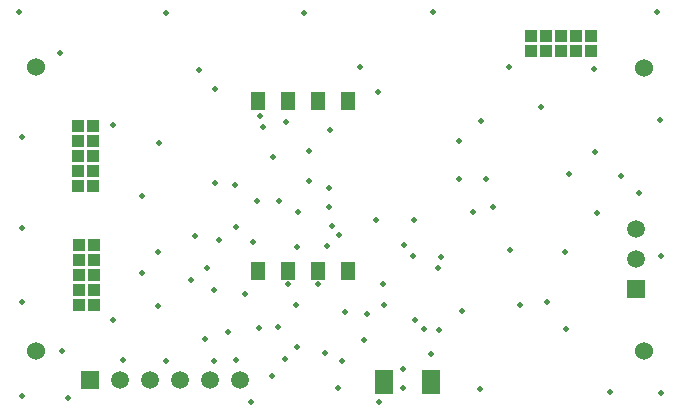
<source format=gbs>
G04 Layer_Color=16711935*
%FSAX44Y44*%
%MOMM*%
G71*
G01*
G75*
%ADD19R,1.0000X1.0000*%
%ADD20C,1.5240*%
%ADD21R,1.0000X1.0000*%
%ADD24R,1.5000X1.5000*%
%ADD25C,1.5000*%
%ADD26R,1.5000X1.5000*%
%ADD27C,0.5000*%
%ADD28R,1.3000X1.5000*%
%ADD29R,1.5000X2.0000*%
D19*
X00567236Y00837913D02*
D03*
X00579936D02*
D03*
Y00850612D02*
D03*
Y00863313D02*
D03*
X00567236D02*
D03*
Y00850612D02*
D03*
Y00876012D02*
D03*
Y00888712D02*
D03*
X00579936D02*
D03*
Y00876012D02*
D03*
X00578828Y00938048D02*
D03*
X00566128D02*
D03*
Y00950748D02*
D03*
X00578828D02*
D03*
Y00963448D02*
D03*
X00566128D02*
D03*
Y00976148D02*
D03*
X00578828D02*
D03*
Y00988848D02*
D03*
X00566128D02*
D03*
D20*
X00530178Y00798585D02*
D03*
X00530328Y01038753D02*
D03*
X01045179Y00798585D02*
D03*
Y01038585D02*
D03*
D21*
X01000699Y01052438D02*
D03*
Y01065138D02*
D03*
X00987999D02*
D03*
Y01052438D02*
D03*
X00975299D02*
D03*
Y01065138D02*
D03*
X00962599D02*
D03*
Y01052438D02*
D03*
X00949899D02*
D03*
Y01065138D02*
D03*
D24*
X01038691Y00851137D02*
D03*
D25*
X00703520Y00774079D02*
D03*
X00678120D02*
D03*
X00652719D02*
D03*
X00627319D02*
D03*
X00601920D02*
D03*
X01038691Y00876537D02*
D03*
Y00901937D02*
D03*
D26*
X00576520Y00774079D02*
D03*
D27*
X00712155Y00755473D02*
D03*
X00730000Y00777540D02*
D03*
X00741715Y00791639D02*
D03*
X00751795Y00801787D02*
D03*
X00785986Y00767120D02*
D03*
X00789432Y00789940D02*
D03*
X00808530Y00808053D02*
D03*
X00825353Y00837817D02*
D03*
X00851303Y00824536D02*
D03*
X00859240Y00817076D02*
D03*
X00865009Y00796350D02*
D03*
X00906131Y00766370D02*
D03*
X00939914Y00837749D02*
D03*
X00978941Y00817112D02*
D03*
X00963071Y00839929D02*
D03*
X00978055Y00882702D02*
D03*
X01040716Y00932558D02*
D03*
X01025868Y00946997D02*
D03*
X01003664Y00966885D02*
D03*
X00981869Y00948359D02*
D03*
X01005503Y00915122D02*
D03*
X01059514Y00878887D02*
D03*
X01016741Y00763918D02*
D03*
X01059514Y00762829D02*
D03*
X00931468Y00884336D02*
D03*
X00890875Y00832028D02*
D03*
X00871872Y00816703D02*
D03*
X00840882Y00783125D02*
D03*
X00841631Y00767528D02*
D03*
X00821131Y00755268D02*
D03*
X00775633Y00796952D02*
D03*
X00791911Y00831960D02*
D03*
X00811186Y00829780D02*
D03*
X00824740Y00855185D02*
D03*
X00850009Y00878683D02*
D03*
X00842518Y00888238D02*
D03*
X00873507Y00878547D02*
D03*
X00870924Y00868680D02*
D03*
X00850646Y00909320D02*
D03*
X00818574Y00909266D02*
D03*
X00888900Y00943796D02*
D03*
X00900410Y00916348D02*
D03*
X00917702Y00920242D02*
D03*
X00911580Y00944545D02*
D03*
X00888968Y00976421D02*
D03*
X00906949Y00993312D02*
D03*
X00931196Y01039081D02*
D03*
X00957895Y01004754D02*
D03*
X01003392Y01037447D02*
D03*
X01058697Y00994401D02*
D03*
X01056517Y01085396D02*
D03*
X00866628D02*
D03*
X00819700Y01018172D02*
D03*
X00804784Y01039354D02*
D03*
X00779311Y00985684D02*
D03*
X00742425Y00992146D02*
D03*
X00761535Y00967975D02*
D03*
X00761291Y00942903D02*
D03*
X00752067Y00916620D02*
D03*
X00781082Y00904224D02*
D03*
X00786819Y00896540D02*
D03*
X00776519Y00887537D02*
D03*
X00769656Y00854993D02*
D03*
X00751454Y00886788D02*
D03*
X00744220Y00855218D02*
D03*
X00750841Y00837341D02*
D03*
X00735585Y00819292D02*
D03*
X00719170Y00818406D02*
D03*
X00707199Y00846888D02*
D03*
X00692948Y00814864D02*
D03*
X00699759Y00791298D02*
D03*
X00681097Y00790481D02*
D03*
X00673469Y00808666D02*
D03*
X00640776Y00790345D02*
D03*
X00633897Y00836251D02*
D03*
X00595415Y00825217D02*
D03*
X00604269Y00790753D02*
D03*
X00552710Y00798722D02*
D03*
X00518315Y00760853D02*
D03*
X00557614Y00758606D02*
D03*
X00518723Y00840337D02*
D03*
X00518792Y00903066D02*
D03*
X00595892Y00990042D02*
D03*
X00634782Y00974513D02*
D03*
X00620139Y00929902D02*
D03*
X00633965Y00882497D02*
D03*
X00620343Y00864244D02*
D03*
X00661754Y00858523D02*
D03*
X00681658Y00850634D02*
D03*
X00675716Y00868875D02*
D03*
X00699827Y00903543D02*
D03*
X00714334Y00890602D02*
D03*
X00717944Y00925679D02*
D03*
X00735993Y00925338D02*
D03*
X00731498Y00962799D02*
D03*
X00722508Y00988135D02*
D03*
X00720124Y00997467D02*
D03*
X00681914Y01020556D02*
D03*
X00668292Y01036357D02*
D03*
X00640776Y01085124D02*
D03*
X00757380D02*
D03*
X00682187Y00941003D02*
D03*
X00698942Y00938756D02*
D03*
X00685728Y00892237D02*
D03*
X00664751Y00896324D02*
D03*
X00778510Y00920242D02*
D03*
Y00936244D02*
D03*
X00550939Y01051137D02*
D03*
X00516272Y01085396D02*
D03*
X00518519Y00979894D02*
D03*
D28*
X00795078Y00866585D02*
D03*
X00769678D02*
D03*
X00744278D02*
D03*
X00718878D02*
D03*
X00795078Y01010585D02*
D03*
X00769678D02*
D03*
X00744278D02*
D03*
X00718878D02*
D03*
D29*
X00825078Y00772085D02*
D03*
X00865078D02*
D03*
M02*

</source>
